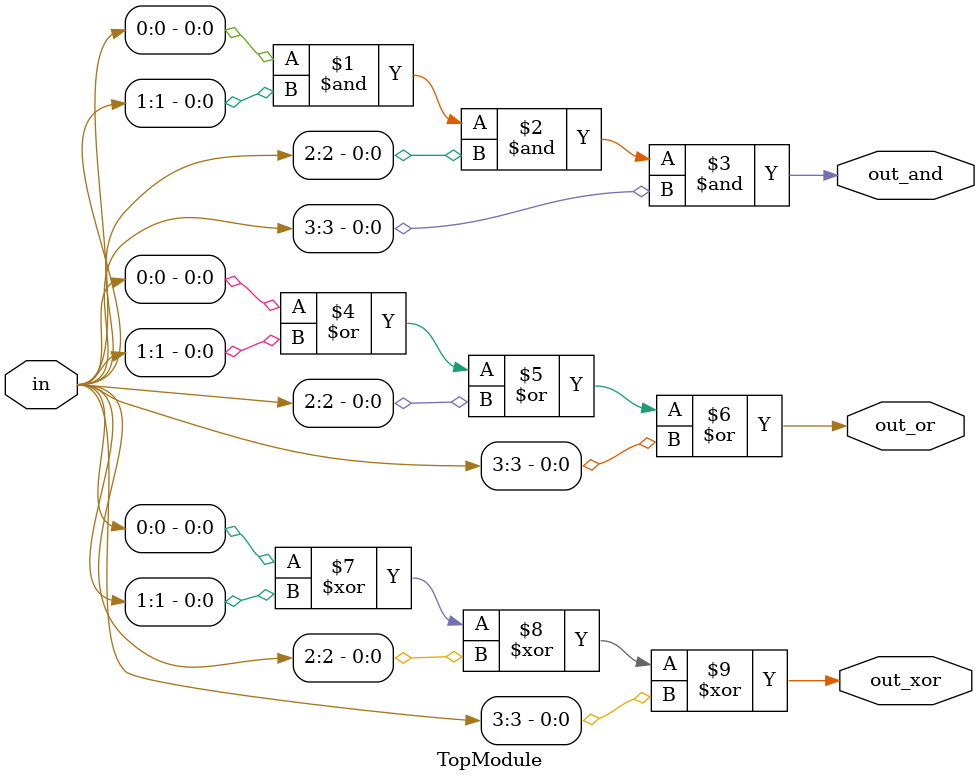
<source format=v>
module TopModule (
  input [3:0] in,
  output out_and,
  output out_or,
  output out_xor
);

  assign out_and = in[0] & in[1] & in[2] & in[3];
  assign out_or  = in[0] | in[1] | in[2] | in[3];
  assign out_xor = in[0] ^ in[1] ^ in[2] ^ in[3];

endmodule


</source>
